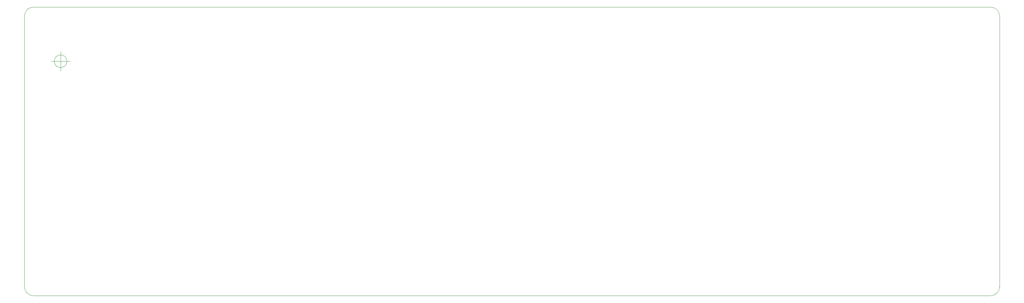
<source format=gbr>
G04 #@! TF.GenerationSoftware,KiCad,Pcbnew,(5.1.2)-1*
G04 #@! TF.CreationDate,2020-02-22T00:02:02+09:00*
G04 #@! TF.ProjectId,rkbd_44,726b6264-5f34-4342-9e6b-696361645f70,rev?*
G04 #@! TF.SameCoordinates,Original*
G04 #@! TF.FileFunction,Profile,NP*
%FSLAX46Y46*%
G04 Gerber Fmt 4.6, Leading zero omitted, Abs format (unit mm)*
G04 Created by KiCad (PCBNEW (5.1.2)-1) date 2020-02-22 00:02:02*
%MOMM*%
%LPD*%
G04 APERTURE LIST*
%ADD10C,0.050000*%
G04 APERTURE END LIST*
D10*
X145296250Y-59536250D02*
X154786250Y-59536250D01*
X21426250Y-61876250D02*
G75*
G02X23766250Y-59536250I2340000J0D01*
G01*
X23766250Y-135726250D02*
G75*
G02X21426250Y-133386250I0J2340000D01*
G01*
X278606250Y-133386250D02*
G75*
G02X276266250Y-135726250I-2340000J0D01*
G01*
X276266250Y-59536250D02*
G75*
G02X278606250Y-61876250I0J-2340000D01*
G01*
X145296250Y-59536250D02*
X23766250Y-59536250D01*
X276266250Y-59536250D02*
X154786250Y-59536250D01*
X21426250Y-64316250D02*
X21426250Y-133386250D01*
X21426250Y-64316250D02*
X21426250Y-61876250D01*
X211936250Y-135726250D02*
X23766250Y-135726250D01*
X211936250Y-135726250D02*
X276266250Y-135726250D01*
X278606250Y-121466250D02*
X278606250Y-133386250D01*
X278606250Y-121466250D02*
X278606250Y-61876250D01*
X32622916Y-73818750D02*
G75*
G03X32622916Y-73818750I-1666666J0D01*
G01*
X28456250Y-73818750D02*
X33456250Y-73818750D01*
X30956250Y-71318750D02*
X30956250Y-76318750D01*
M02*

</source>
